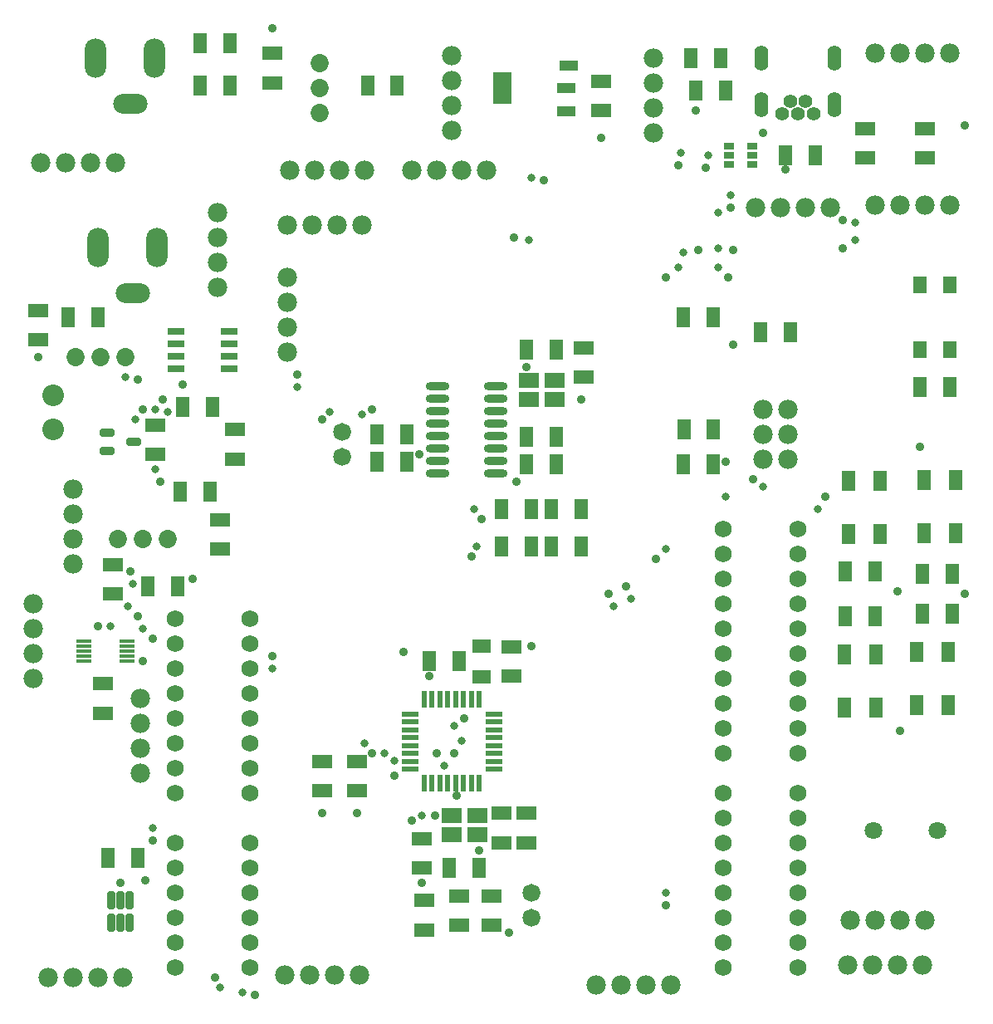
<source format=gts>
G04*
G04 #@! TF.GenerationSoftware,Altium Limited,Altium Designer,23.8.1 (32)*
G04*
G04 Layer_Color=8388736*
%FSLAX25Y25*%
%MOIN*%
G70*
G04*
G04 #@! TF.SameCoordinates,CF8B6EB2-DAF4-4016-BDB3-9DCBFEF17629*
G04*
G04*
G04 #@! TF.FilePolarity,Negative*
G04*
G01*
G75*
%ADD32R,0.07300X0.05400*%
%ADD40C,0.00000*%
%ADD41R,0.05909X0.01381*%
%ADD42R,0.05987X0.01381*%
%ADD43R,0.07900X0.05200*%
%ADD44R,0.05200X0.07900*%
%ADD45R,0.07887X0.06312*%
%ADD46R,0.04137X0.02956*%
%ADD47R,0.05550X0.08280*%
%ADD48R,0.07493X0.04100*%
%ADD49R,0.06902X0.03162*%
G04:AMPARAMS|DCode=50|XSize=71.39mil|YSize=31.23mil|CornerRadius=6.9mil|HoleSize=0mil|Usage=FLASHONLY|Rotation=270.000|XOffset=0mil|YOffset=0mil|HoleType=Round|Shape=RoundedRectangle|*
%AMROUNDEDRECTD50*
21,1,0.07139,0.01742,0,0,270.0*
21,1,0.05758,0.03123,0,0,270.0*
1,1,0.01381,-0.00871,-0.02879*
1,1,0.01381,-0.00871,0.02879*
1,1,0.01381,0.00871,0.02879*
1,1,0.01381,0.00871,-0.02879*
%
%ADD50ROUNDEDRECTD50*%
%ADD51O,0.09461X0.03200*%
%ADD52R,0.02200X0.06696*%
%ADD53R,0.06696X0.02200*%
%ADD54R,0.07493X0.13000*%
%ADD55R,0.05524X0.06706*%
G04:AMPARAMS|DCode=56|XSize=61.15mil|YSize=31.23mil|CornerRadius=9.81mil|HoleSize=0mil|Usage=FLASHONLY|Rotation=0.000|XOffset=0mil|YOffset=0mil|HoleType=Round|Shape=RoundedRectangle|*
%AMROUNDEDRECTD56*
21,1,0.06115,0.01161,0,0,0.0*
21,1,0.04154,0.03123,0,0,0.0*
1,1,0.01961,0.02077,-0.00581*
1,1,0.01961,-0.02077,-0.00581*
1,1,0.01961,-0.02077,0.00581*
1,1,0.01961,0.02077,0.00581*
%
%ADD56ROUNDEDRECTD56*%
%ADD57C,0.07800*%
%ADD58O,0.13792X0.07887*%
%ADD59O,0.08674X0.15761*%
%ADD60C,0.08674*%
%ADD61C,0.07296*%
%ADD62C,0.07178*%
%ADD63C,0.06800*%
%ADD64O,0.05524X0.10249*%
%ADD65C,0.05524*%
%ADD66C,0.07099*%
%ADD67C,0.03600*%
%ADD68C,0.03300*%
D32*
X188000Y144150D02*
D03*
Y131850D02*
D03*
D40*
X135390Y230000D02*
G03*
X135390Y230000I-3390J0D01*
G01*
Y220000D02*
G03*
X135390Y220000I-3390J0D01*
G01*
X211390Y45000D02*
G03*
X211390Y45000I-3390J0D01*
G01*
Y35000D02*
G03*
X211390Y35000I-3390J0D01*
G01*
D41*
X45661Y138063D02*
D03*
D42*
Y140032D02*
D03*
Y142000D02*
D03*
Y143968D02*
D03*
Y145937D02*
D03*
X28339D02*
D03*
Y143968D02*
D03*
Y140032D02*
D03*
Y138063D02*
D03*
Y142000D02*
D03*
D43*
X36000Y129000D02*
D03*
Y117200D02*
D03*
X10000Y278900D02*
D03*
Y267100D02*
D03*
X83000Y183100D02*
D03*
Y194900D02*
D03*
X57000Y221100D02*
D03*
Y232900D02*
D03*
X40000Y165000D02*
D03*
Y176800D02*
D03*
X229000Y252100D02*
D03*
Y263900D02*
D03*
X138000Y97900D02*
D03*
Y86100D02*
D03*
X164000Y55100D02*
D03*
Y66900D02*
D03*
X206000Y77000D02*
D03*
Y65200D02*
D03*
X179000Y32100D02*
D03*
Y43900D02*
D03*
X165000Y30200D02*
D03*
Y42000D02*
D03*
X192000Y32100D02*
D03*
Y43900D02*
D03*
X196000Y65200D02*
D03*
Y77000D02*
D03*
X200000Y143900D02*
D03*
Y132100D02*
D03*
X342000Y340100D02*
D03*
Y351900D02*
D03*
X104000Y370200D02*
D03*
Y382000D02*
D03*
X236000Y359000D02*
D03*
Y370800D02*
D03*
X366000Y340100D02*
D03*
Y351900D02*
D03*
X89000Y219200D02*
D03*
Y231000D02*
D03*
X124000Y97800D02*
D03*
Y86000D02*
D03*
D44*
X68100Y240000D02*
D03*
X79900D02*
D03*
X78900Y206000D02*
D03*
X67100D02*
D03*
X38100Y59000D02*
D03*
X49900D02*
D03*
X75100Y386000D02*
D03*
X86900D02*
D03*
X311800Y270000D02*
D03*
X269100Y276000D02*
D03*
X365100Y173000D02*
D03*
Y157000D02*
D03*
X334100Y174000D02*
D03*
Y156000D02*
D03*
X154000Y369000D02*
D03*
X227900Y199000D02*
D03*
Y184000D02*
D03*
X54100Y168000D02*
D03*
X65900D02*
D03*
X280900Y276000D02*
D03*
X196100Y199000D02*
D03*
X207900D02*
D03*
X217900Y217000D02*
D03*
X206100D02*
D03*
X216100Y199000D02*
D03*
Y184000D02*
D03*
X146100Y218000D02*
D03*
X157900D02*
D03*
X196000Y184000D02*
D03*
X207800D02*
D03*
X217900Y228000D02*
D03*
X206100D02*
D03*
X157900Y229000D02*
D03*
X146100D02*
D03*
X217800Y263000D02*
D03*
X206000D02*
D03*
X167100Y138000D02*
D03*
X178900D02*
D03*
X269100Y217000D02*
D03*
X280900D02*
D03*
X285900Y367000D02*
D03*
X274100D02*
D03*
X22000Y276000D02*
D03*
X33800D02*
D03*
X186900Y55000D02*
D03*
X175100D02*
D03*
X269200Y231000D02*
D03*
X281000D02*
D03*
X310100Y341000D02*
D03*
X321900D02*
D03*
X283900Y380000D02*
D03*
X272100D02*
D03*
X86900Y369000D02*
D03*
X75100D02*
D03*
X142200D02*
D03*
X375900Y248000D02*
D03*
X364100D02*
D03*
X345900Y156000D02*
D03*
X376900Y157000D02*
D03*
Y173000D02*
D03*
X345900Y174000D02*
D03*
X300000Y270000D02*
D03*
D45*
X176000Y68362D02*
D03*
X186394Y76000D02*
D03*
X176000D02*
D03*
X186394Y68362D02*
D03*
X217197Y242984D02*
D03*
X206803Y250622D02*
D03*
X217197D02*
D03*
X206803Y242984D02*
D03*
D46*
X287276Y341000D02*
D03*
X296577Y337260D02*
D03*
Y341000D02*
D03*
Y344740D02*
D03*
X287276D02*
D03*
Y337260D02*
D03*
D47*
X365650Y189370D02*
D03*
X375350Y141630D02*
D03*
X346350Y140630D02*
D03*
X335300Y189000D02*
D03*
X362650Y141630D02*
D03*
Y120370D02*
D03*
X375350D02*
D03*
X333650Y140630D02*
D03*
Y119370D02*
D03*
X346350D02*
D03*
X378350Y189370D02*
D03*
Y210630D02*
D03*
X365650D02*
D03*
X348000Y189000D02*
D03*
Y210260D02*
D03*
X335300D02*
D03*
D48*
X222779Y377100D02*
D03*
X221795Y368000D02*
D03*
Y358900D02*
D03*
D49*
X86630Y270500D02*
D03*
Y255500D02*
D03*
Y260500D02*
D03*
Y265500D02*
D03*
X65370Y255500D02*
D03*
Y260500D02*
D03*
Y265500D02*
D03*
Y270500D02*
D03*
D50*
X39260Y42016D02*
D03*
X46740D02*
D03*
X43000D02*
D03*
X39260Y33000D02*
D03*
X43000D02*
D03*
X46740D02*
D03*
D51*
X193700Y213500D02*
D03*
Y218500D02*
D03*
Y223500D02*
D03*
Y228500D02*
D03*
Y233500D02*
D03*
Y238500D02*
D03*
Y243500D02*
D03*
Y248500D02*
D03*
X170300D02*
D03*
Y243500D02*
D03*
Y238500D02*
D03*
Y233500D02*
D03*
Y228500D02*
D03*
Y223500D02*
D03*
Y218500D02*
D03*
Y213500D02*
D03*
D52*
X165000Y122850D02*
D03*
X168100D02*
D03*
X171300D02*
D03*
X174400D02*
D03*
X177600D02*
D03*
X180700D02*
D03*
X183900D02*
D03*
X187000D02*
D03*
Y89150D02*
D03*
X183900D02*
D03*
X180700D02*
D03*
X177600D02*
D03*
X174400D02*
D03*
X171300D02*
D03*
X168100D02*
D03*
X165000D02*
D03*
D53*
X159150Y94807D02*
D03*
Y97907D02*
D03*
Y101107D02*
D03*
Y104207D02*
D03*
Y107407D02*
D03*
Y110507D02*
D03*
Y113707D02*
D03*
Y116807D02*
D03*
X192850D02*
D03*
Y113707D02*
D03*
Y110507D02*
D03*
Y107407D02*
D03*
Y104207D02*
D03*
Y101107D02*
D03*
Y97907D02*
D03*
Y94807D02*
D03*
D54*
X196205Y368000D02*
D03*
D55*
X375905Y263008D02*
D03*
X364094Y288992D02*
D03*
X375905D02*
D03*
X364094Y263008D02*
D03*
D56*
X37764Y229740D02*
D03*
X48236Y226000D02*
D03*
X37764Y222260D02*
D03*
D57*
X24000Y197000D02*
D03*
Y207000D02*
D03*
Y177000D02*
D03*
Y187000D02*
D03*
X130000Y313000D02*
D03*
X140000D02*
D03*
X110000D02*
D03*
X120000D02*
D03*
X110000Y272000D02*
D03*
Y262000D02*
D03*
Y292000D02*
D03*
Y282000D02*
D03*
X356000Y34000D02*
D03*
X366000D02*
D03*
X336000D02*
D03*
X346000D02*
D03*
X366000Y321000D02*
D03*
X376000D02*
D03*
X346000D02*
D03*
X356000D02*
D03*
X318000Y320000D02*
D03*
X328000D02*
D03*
X298000D02*
D03*
X308000D02*
D03*
X180000Y335000D02*
D03*
X190000D02*
D03*
X170000D02*
D03*
X160000D02*
D03*
X176000Y371000D02*
D03*
Y381000D02*
D03*
Y361000D02*
D03*
Y351000D02*
D03*
X257000Y360000D02*
D03*
Y350000D02*
D03*
Y380000D02*
D03*
Y370000D02*
D03*
X8000Y151000D02*
D03*
Y161000D02*
D03*
Y131000D02*
D03*
Y141000D02*
D03*
X51000Y103000D02*
D03*
Y93000D02*
D03*
Y123000D02*
D03*
Y113000D02*
D03*
X311000Y239000D02*
D03*
X119000Y12000D02*
D03*
X109000D02*
D03*
X139000D02*
D03*
X129000D02*
D03*
X34000Y11000D02*
D03*
X44000D02*
D03*
X14000D02*
D03*
X24000D02*
D03*
X254000Y8000D02*
D03*
X264000D02*
D03*
X234000D02*
D03*
X244000D02*
D03*
X345000Y16000D02*
D03*
X335000D02*
D03*
X365000D02*
D03*
X355000D02*
D03*
X31000Y338000D02*
D03*
X41000D02*
D03*
X11000D02*
D03*
X21000D02*
D03*
X121000Y335000D02*
D03*
X111000D02*
D03*
X141000D02*
D03*
X131000D02*
D03*
X356000Y382000D02*
D03*
X346000D02*
D03*
X376000D02*
D03*
X366000D02*
D03*
X311000Y219000D02*
D03*
X301000D02*
D03*
X311000Y229000D02*
D03*
X301000D02*
D03*
Y239000D02*
D03*
X82000Y308000D02*
D03*
Y318000D02*
D03*
Y288000D02*
D03*
Y298000D02*
D03*
D58*
X47780Y285693D02*
D03*
X46780Y361693D02*
D03*
D59*
X34000Y304000D02*
D03*
X57622D02*
D03*
X56622Y380000D02*
D03*
X33000D02*
D03*
D60*
X16000Y244890D02*
D03*
Y231110D02*
D03*
D61*
X45000Y260000D02*
D03*
X35000D02*
D03*
X25000D02*
D03*
X62000Y187000D02*
D03*
X52000D02*
D03*
X42000D02*
D03*
X123000Y358000D02*
D03*
Y368000D02*
D03*
Y378000D02*
D03*
D62*
X132000Y230000D02*
D03*
X208000Y45000D02*
D03*
X132000Y220000D02*
D03*
X208000Y35000D02*
D03*
D63*
X95000Y145000D02*
D03*
Y115000D02*
D03*
Y85000D02*
D03*
Y95000D02*
D03*
Y105000D02*
D03*
Y125000D02*
D03*
Y135000D02*
D03*
Y155000D02*
D03*
X65000D02*
D03*
Y145000D02*
D03*
Y135000D02*
D03*
Y125000D02*
D03*
Y115000D02*
D03*
Y105000D02*
D03*
Y95000D02*
D03*
Y85000D02*
D03*
Y55000D02*
D03*
Y65000D02*
D03*
Y45000D02*
D03*
Y35000D02*
D03*
Y25000D02*
D03*
Y15000D02*
D03*
X315000Y191000D02*
D03*
Y181000D02*
D03*
Y171000D02*
D03*
Y161000D02*
D03*
Y151000D02*
D03*
Y141000D02*
D03*
Y131000D02*
D03*
Y121000D02*
D03*
Y111000D02*
D03*
Y101000D02*
D03*
Y15000D02*
D03*
Y25000D02*
D03*
Y35000D02*
D03*
Y45000D02*
D03*
Y55000D02*
D03*
Y65000D02*
D03*
Y75000D02*
D03*
Y85000D02*
D03*
X285000D02*
D03*
Y75000D02*
D03*
Y65000D02*
D03*
Y55000D02*
D03*
Y45000D02*
D03*
Y35000D02*
D03*
Y25000D02*
D03*
Y15000D02*
D03*
X95000Y25000D02*
D03*
Y15000D02*
D03*
Y35000D02*
D03*
Y45000D02*
D03*
Y55000D02*
D03*
Y65000D02*
D03*
X285000Y191000D02*
D03*
Y181000D02*
D03*
Y171000D02*
D03*
Y161000D02*
D03*
Y151000D02*
D03*
Y141000D02*
D03*
Y131000D02*
D03*
Y121000D02*
D03*
Y111000D02*
D03*
Y101000D02*
D03*
D64*
X300355Y380125D02*
D03*
Y361425D02*
D03*
X329645D02*
D03*
Y380125D02*
D03*
D65*
X321220Y357875D02*
D03*
X318072Y362614D02*
D03*
X311772D02*
D03*
X314921Y357875D02*
D03*
X308623D02*
D03*
D66*
X370795Y70000D02*
D03*
X345205D02*
D03*
D67*
X56000Y147000D02*
D03*
X50000Y156000D02*
D03*
X72000Y171000D02*
D03*
X163000Y221000D02*
D03*
X333000Y303600D02*
D03*
Y315000D02*
D03*
X187000Y62000D02*
D03*
X97000Y4000D02*
D03*
X124000Y235000D02*
D03*
X274000Y359000D02*
D03*
X170000Y101000D02*
D03*
X239000Y165000D02*
D03*
X288000Y320000D02*
D03*
X278000Y336000D02*
D03*
X246000Y168000D02*
D03*
X267000Y337000D02*
D03*
X289000Y303000D02*
D03*
X287000Y292000D02*
D03*
X262000D02*
D03*
X201000Y308000D02*
D03*
X52000Y138000D02*
D03*
X213000Y331000D02*
D03*
X47000Y174000D02*
D03*
X34000Y152000D02*
D03*
X59000Y210000D02*
D03*
X275000Y303000D02*
D03*
X81000Y11000D02*
D03*
X160000Y74000D02*
D03*
X153000Y92000D02*
D03*
X156700Y141600D02*
D03*
X167000Y132000D02*
D03*
X184000Y180000D02*
D03*
X144000Y101000D02*
D03*
X104000Y140000D02*
D03*
X262000Y40000D02*
D03*
X258000Y179000D02*
D03*
X188000Y195000D02*
D03*
X114000Y253000D02*
D03*
X297000Y211000D02*
D03*
X56000Y66000D02*
D03*
X144000Y239000D02*
D03*
X60000Y243000D02*
D03*
X52000Y239000D02*
D03*
X50000Y251000D02*
D03*
X177000Y101000D02*
D03*
X43000Y49000D02*
D03*
X53000Y50000D02*
D03*
X68000Y249000D02*
D03*
X10000Y260100D02*
D03*
X286000Y218000D02*
D03*
X289000Y265000D02*
D03*
X228000Y243000D02*
D03*
X202000Y210000D02*
D03*
X206000Y256000D02*
D03*
X181000Y115000D02*
D03*
X138000Y77000D02*
D03*
X124000D02*
D03*
X208000Y144000D02*
D03*
X326000Y204000D02*
D03*
X310000Y335400D02*
D03*
X382000Y353000D02*
D03*
X301000Y350000D02*
D03*
X236000Y348000D02*
D03*
X382000Y165000D02*
D03*
X364000Y224000D02*
D03*
X356000Y110000D02*
D03*
X355000Y166000D02*
D03*
X104000Y392000D02*
D03*
X169250Y76000D02*
D03*
X199000Y29000D02*
D03*
X164000Y49000D02*
D03*
X178000Y84000D02*
D03*
D68*
X45000Y252000D02*
D03*
X56000Y71000D02*
D03*
X338000Y314000D02*
D03*
Y307000D02*
D03*
X283000Y303750D02*
D03*
X153000Y98000D02*
D03*
X149000Y101000D02*
D03*
X141000Y105000D02*
D03*
X92000Y5000D02*
D03*
X52000Y151000D02*
D03*
X46000Y160000D02*
D03*
X57000Y215000D02*
D03*
X62000Y238000D02*
D03*
X57000Y239000D02*
D03*
X127000Y238000D02*
D03*
X279000Y341000D02*
D03*
X268000Y342000D02*
D03*
X48000Y169000D02*
D03*
X323000Y199000D02*
D03*
X286000Y204000D02*
D03*
X283000Y318000D02*
D03*
X262000Y183000D02*
D03*
Y45000D02*
D03*
X114000Y248000D02*
D03*
X269000Y302000D02*
D03*
X267000Y296000D02*
D03*
X207000Y307000D02*
D03*
X283000Y296000D02*
D03*
X288000Y325000D02*
D03*
X208000Y332000D02*
D03*
X140000Y237000D02*
D03*
X83000Y7000D02*
D03*
X164000Y76000D02*
D03*
X186000Y184000D02*
D03*
X39000Y152000D02*
D03*
X180000Y106000D02*
D03*
X177000Y112000D02*
D03*
X49000Y235000D02*
D03*
X301000Y208000D02*
D03*
X185000Y199000D02*
D03*
X104000Y135000D02*
D03*
X241000Y160000D02*
D03*
X248000Y163000D02*
D03*
X173000Y96000D02*
D03*
M02*

</source>
